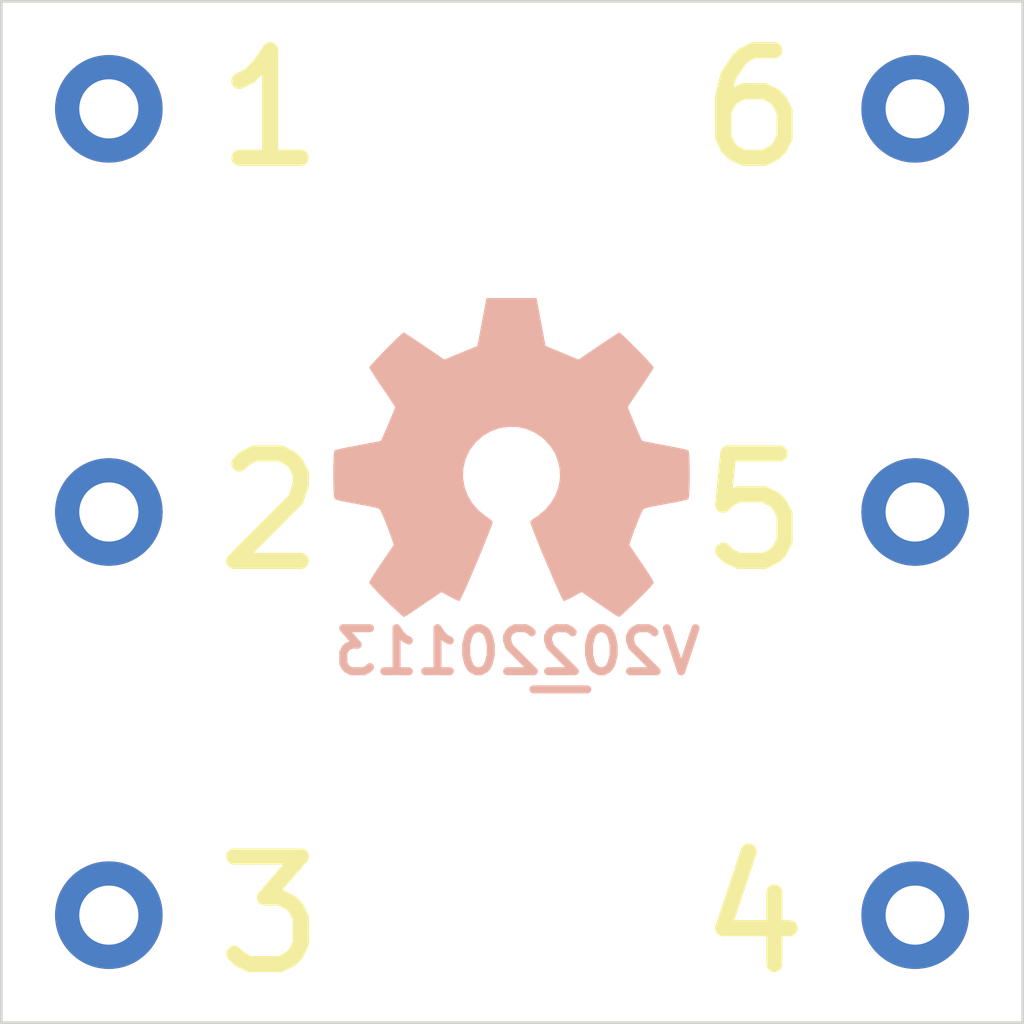
<source format=kicad_pcb>
(kicad_pcb (version 20221018) (generator pcbnew)
  (layers (0 "F.Cu" mixed) (31 "B.Cu" mixed) (34 "B.Paste" user) (35 "F.Paste" user) (36 "B.SilkS" user "B.Silkscreen") (37 "F.SilkS" user "F.Silkscreen") (38 "B.Mask" user) (39 "F.Mask" user) (44 "Edge.Cuts" user))
  (net 0 "")
  (net 1 "Net-(J1-Pad1)")
  (footprint "mill-max:PC_pin_nail_head_6092" (layer "F.Cu") (at 142.5 62.5)
    (fp_text reference "J1")
    (fp_text value "1" (at 3 0) (layer "F.SilkS") (effects (font (size 2 2) (thickness 0.3))))
    (pad "1" thru_hole circle locked (at 0 0) (size 2 2) (drill 1.1) (layers "*.Cu" "*.Mask") (net 1 "Net-(J1-Pad1)"))
  )
  (footprint "mill-max:PC_pin_nail_head_6092" (layer "F.Cu") (at 142.5 70)
    (fp_text reference "J2")
    (fp_text value "2" (at 3 0) (layer "F.SilkS") (effects (font (size 2 2) (thickness 0.3))))
    (pad "1" thru_hole circle locked (at 0 0) (size 2 2) (drill 1.1) (layers "*.Cu" "*.Mask") (net 1 "Net-(J1-Pad1)"))
  )
  (footprint "mill-max:PC_pin_nail_head_6092" (layer "F.Cu") (at 142.5 77.5)
    (fp_text reference "J3")
    (fp_text value "3" (at 3 0) (layer "F.SilkS") (effects (font (size 2 2) (thickness 0.3))))
    (pad "1" thru_hole circle locked (at 0 0) (size 2 2) (drill 1.1) (layers "*.Cu" "*.Mask") (net 1 "Net-(J1-Pad1)"))
  )
  (footprint "mill-max:PC_pin_nail_head_6092" (layer "F.Cu") (at 157.5 70)
    (fp_text reference "J5")
    (fp_text value "5" (at -3 0) (layer "F.SilkS") (effects (font (size 2 2) (thickness 0.3))))
    (pad "1" thru_hole circle locked (at 0 0) (size 2 2) (drill 1.1) (layers "*.Cu" "*.Mask") (net 1 "Net-(J1-Pad1)"))
  )
  (footprint "mill-max:PC_pin_nail_head_6092" (layer "F.Cu") (at 157.5 62.5)
    (fp_text reference "J6")
    (fp_text value "6" (at -3 0) (layer "F.SilkS") (effects (font (size 2 2) (thickness 0.3))))
    (pad "1" thru_hole circle locked (at 0 0) (size 2 2) (drill 1.1) (layers "*.Cu" "*.Mask") (net 1 "Net-(J1-Pad1)"))
  )
  (footprint "mill-max:PC_pin_nail_head_6092" (layer "F.Cu") (at 157.5 77.5)
    (fp_text reference "J4")
    (fp_text value "4" (at -3 0) (layer "F.SilkS") (effects (font (size 2 2) (thickness 0.3))))
    (pad "1" thru_hole circle locked (at 0 0) (size 2 2) (drill 1.1) (layers "*.Cu" "*.Mask") (net 1 "Net-(J1-Pad1)"))
  )
  (footprint "Symbol:OSHW-Symbol_6.7x6mm_SilkScreen" (layer "B.Cu") (at 150 69 180)
    (fp_text reference "N2" hide)
    (fp_text value "OHWLOGO" hide)
    (fp_poly (pts (xy 0.555814 2.531069) (xy 0.639635 2.086445) (xy 0.94892 1.958947) (xy 1.258206 1.831449) (xy 1.629246 2.083754) (xy 1.733157 2.154004) (xy 1.827087 2.216728) (xy 1.906652 2.269062) (xy 1.96747 2.308143) (xy 2.005157 2.331107) (xy 2.015421 2.336058) (xy 2.03391 2.323324) (xy 2.07342 2.288118) (xy 2.129522 2.234938) (xy 2.197787 2.168282) (xy 2.273786 2.092646) (xy 2.353092 2.012528) (xy 2.431275 1.932426) (xy 2.503907 1.856836) (xy 2.566559 1.790255) (xy 2.614803 1.737182) (xy 2.64421 1.702113) (xy 2.651241 1.690377) (xy 2.641123 1.66874) (xy 2.612759 1.621338) (xy 2.569129 1.552807) (xy 2.513218 1.467785) (xy 2.448006 1.370907) (xy 2.410219 1.31565) (xy 2.341343 1.214752) (xy 2.28014 1.123701) (xy 2.229578 1.04703) (xy 2.192628 0.989272) (xy 2.172258 0.954957) (xy 2.169197 0.947746) (xy 2.176136 0.927252) (xy 2.195051 0.879487) (xy 2.223087 0.811168) (xy 2.257391 0.729011) (xy 2.295109 0.63973) (xy 2.333387 0.550042) (xy 2.36937 0.466662) (xy 2.400206 0.396306) (xy 2.423039 0.34569) (xy 2.435017 0.321529) (xy 2.435724 0.320578) (xy 2.454531 0.315964) (xy 2.504618 0.305672) (xy 2.580793 0.290713) (xy 2.677865 0.272099) (xy 2.790643 0.250841) (xy 2.856442 0.238582) (xy 2.97695 0.215638) (xy 3.085797 0.193805) (xy 3.177476 0.174278) (xy 3.246481 0.158252) (xy 3.287304 0.146921) (xy 3.295511 0.143326) (xy 3.303548 0.118994) (xy 3.310033 0.064041) (xy 3.31497 -0.015108) (xy 3.318364 -0.112026) (xy 3.320218 -0.220287) (xy 3.320538 -0.333465) (xy 3.319327 -0.445135) (xy 3.31659 -0.548868) (xy 3.312331 -0.638241) (xy 3.306555 -0.706826) (xy 3.299267 -0.748197) (xy 3.294895 -0.75681) (xy 3.268764 -0.767133) (xy 3.213393 -0.781892) (xy 3.136107 -0.799352) (xy 3.04423 -0.81778) (xy 3.012158 -0.823741) (xy 2.857524 -0.852066) (xy 2.735375 -0.874876) (xy 2.641673 -0.89308) (xy 2.572384 -0.907583) (xy 2.523471 -0.919292) (xy 2.490897 -0.929115) (xy 2.470628 -0.937956) (xy 2.458626 -0.946724) (xy 2.456947 -0.948457) (xy 2.440184 -0.976371) (xy 2.414614 -1.030695) (xy 2.382788 -1.104777) (xy 2.34726 -1.191965) (xy 2.310583 -1.285608) (xy 2.275311 -1.379052) (xy 2.243996 -1.465647) (xy 2.219193 -1.53874) (xy 2.203454 -1.591678) (xy 2.199332 -1.617811) (xy 2.199676 -1.618726) (xy 2.213641 -1.640086) (xy 2.245322 -1.687084) (xy 2.291391 -1.754827) (xy 2.348518 -1.838423) (xy 2.413373 -1.932982) (xy 2.431843 -1.959854) (xy 2.497699 -2.057275) (xy 2.55565 -2.146163) (xy 2.602538 -2.221412) (xy 2.635207 -2.27792) (xy 2.6505 -2.310581) (xy 2.651241 -2.314593) (xy 2.638392 -2.335684) (xy 2.602888 -2.377464) (xy 2.549293 -2.435445) (xy 2.482171 -2.505135) (xy 2.406087 -2.582045) (xy 2.325604 -2.661683) (xy 2.245287 -2.739561) (xy 2.169699 -2.811186) (xy 2.103405 -2.87207) (xy 2.050969 -2.917721) (xy 2.016955 -2.94365) (xy 2.007545 -2.947883) (xy 1.985643 -2.937912) (xy 1.9408 -2.91102) (xy 1.880321 -2.871736) (xy 1.833789 -2.840117) (xy 1.749475 -2.782098) (xy 1.649626 -2.713784) (xy 1.549473 -2.645579) (xy 1.495627 -2.609075) (xy 1.313371 -2.4858) (xy 1.160381 -2.56852) (xy 1.090682 -2.604759) (xy 1.031414 -2.632926) (xy 0.991311 -2.648991) (xy 0.981103 -2.651226) (xy 0.968829 -2.634722) (xy 0.944613 -2.588082) (xy 0.910263 -2.515609) (xy 0.867588 -2.421606) (xy 0.818394 -2.310374) (xy 0.76449 -2.186215) (xy 0.707684 -2.053432) (xy 0.649782 -1.916327) (xy 0.592593 -1.779202) (xy 0.537924 -1.646358) (xy 0.487584 -1.522098) (xy 0.44338 -1.410725) (xy 0.407119 -1.316539) (xy 0.380609 -1.243844) (xy 0.365658 -1.196941) (xy 0.363254 -1.180833) (xy 0.382311 -1.160286) (xy 0.424036 -1.126933) (xy 0.479706 -1.087702) (xy 0.484378 -1.084599) (xy 0.628264 -0.969423) (xy 0.744283 -0.835053) (xy 0.83143 -0.685784) (xy 0.888699 -0.525913) (xy 0.915086 -0.359737) (xy 0.909585 -0.191552) (xy 0.87119 -0.025655) (xy 0.798895 0.133658) (xy 0.777626 0.168513) (xy 0.666996 0.309263) (xy 0.536302 0.422286) (xy 0.390064 0.506997) (xy 0.232808 0.562806) (xy 0.069057 0.589126) (xy -0.096667 0.58537) (xy -0.259838 0.55095) (xy -0.415935 0.485277) (xy -0.560433 0.387765) (xy -0.605131 0.348187) (xy -0.718888 0.224297) (xy -0.801782 0.093876) (xy -0.858644 -0.052315) (xy -0.890313 -0.197088) (xy -0.898131 -0.35986) (xy -0.872062 -0.52344) (xy -0.814755 -0.682298) (xy -0.728856 -0.830906) (xy -0.617014 -0.963735) (xy -0.481877 -1.075256) (xy -0.464117 -1.087011) (xy -0.40785 -1.125508) (xy -0.365077 -1.158863) (xy -0.344628 -1.18016) (xy -0.344331 -1.180833) (xy -0.348721 -1.203871) (xy -0.366124 -1.256157) (xy -0.394732 -1.33339) (xy -0.432735 -1.431268) (xy -0.478326 -1.545491) (xy -0.529697 -1.671758) (xy -0.585038 -1.805767) (xy -0.642542 -1.943218) (xy -0.700399 -2.079808) (xy -0.756802 -2.211237) (xy -0.809942 -2.333205) (xy -0.85801 -2.441409) (xy -0.899199 -2.531549) (xy -0.931699 -2.599323) (xy -0.953703 -2.64043) (xy -0.962564 -2.651226) (xy -0.98964 -2.642819) (xy -1.040303 -2.620272) (xy -1.105817 -2.587613) (xy -1.141841 -2.56852) (xy -1.294832 -2.4858) (xy -1.477088 -2.609075) (xy -1.570125 -2.672228) (xy -1.671985 -2.741727) (xy -1.767438 -2.807165) (xy -1.81525 -2.840117) (xy -1.882495 -2.885273) (xy -1.939436 -2.921057) (xy -1.978646 -2.942938) (xy -1.991381 -2.947563) (xy -2.009917 -2.935085) (xy -2.050941 -2.900252) (xy -2.110475 -2.846678) (xy -2.184542 -2.777983) (xy -2.269165 -2.697781) (xy -2.322685 -2.646286) (xy -2.416319 -2.554286) (xy -2.497241 -2.471999) (xy -2.562177 -2.402945) (xy -2.607858 -2.350644) (xy -2.631011 -2.318616) (xy -2.633232 -2.312116) (xy -2.622924 -2.287394) (xy -2.594439 -2.237405) (xy -2.550937 -2.167212) (xy -2.495577 -2.081875) (xy -2.43152 -1.986456) (xy -2.413303 -1.959854) (xy -2.346927 -1.863167) (xy -2.287378 -1.776117) (xy -2.237984 -1.703595) (xy -2.202075 -1.650493) (xy -2.182981 -1.621703) (xy -2.181136 -1.618726) (xy -2.183895 -1.595782) (xy -2.198538 -1.545336) (xy -2.222513 -1.474041) (xy -2.253266 -1.388547) (xy -2.288244 -1.295507) (xy -2.324893 -1.201574) (xy -2.360661 -1.113399) (xy -2.392994 -1.037634) (xy -2.419338 -0.980931) (xy -2.437142 -0.949943) (xy -2.438407 -0.948457) (xy -2.449294 -0.939601) (xy -2.467682 -0.930843) (xy -2.497606 -0.921277) (xy -2.543103 -0.909996) (xy -2.608209 -0.896093) (xy -2.696961 -0.878663) (xy -2.813393 -0.856798) (xy -2.961542 -0.829591) (xy -2.993618 -0.823741) (xy -3.088686 -0.805374) (xy -3.171565 -0.787405) (xy -3.23493 -0.771569) (xy -3.271458 -0.7596) (xy -3.276356 -0.75681) (xy -3.284427 -0.732072) (xy -3.290987 -0.67679) (xy -3.296033 -0.597389) (xy -3.299559 -0.500296) (xy -3.301561 -0.391938) (xy -3.302036 -0.27874) (xy -3.300977 -0.167128) (xy -3.298382 -0.063529) (xy -3.294246 0.025632) (xy -3.288563 0.093928) (xy -3.281331 0.134934) (xy -3.276971 0.143326) (xy -3.252698 0.151792) (xy -3.197426 0.165565) (xy -3.116662 0.18345) (xy -3.015912 0.204252) (xy -2.900683 0.226777) (xy -2.837902 0.238582) (xy -2.718787 0.260849) (xy -2.612565 0.281021) (xy -2.524427 0.298085) (xy -2.459566 0.311031) (xy -2.423174 0.318845) (xy -2.417184 0.320578) (xy -2.407061 0.34011) (xy -2.385662 0.387157) (xy -2.355839 0.454997) (xy -2.320445 0.536909) (xy -2.282332 0.626172) (xy -2.244353 0.716065) (xy -2.20936 0.799865) (xy -2.180206 0.870853) (xy -2.159743 0.922306) (xy -2.150823 0.947503) (xy -2.150657 0.948604) (xy -2.160769 0.968481) (xy -2.189117 1.014223) (xy -2.232723 1.081283) (xy -2.288606 1.165116) (xy -2.353787 1.261174) (xy -2.391679 1.31635) (xy -2.460725 1.417519) (xy -2.52205 1.50937) (xy -2.572663 1.587256) (xy -2.609571 1.646531) (xy -2.629782 1.682549) (xy -2.632701 1.690623) (xy -2.620153 1.709416) (xy -2.585463 1.749543) (xy -2.533063 1.806507) (xy -2.467384 1.875815) (xy -2.392856 1.952969) (xy -2.313913 2.033475) (xy -2.234983 2.112837) (xy -2.1605 2.18656) (xy -2.094894 2.250148) (xy -2.042596 2.299106) (xy -2.008039 2.328939) (xy -1.996478 2.336058) (xy -1.977654 2.326047) (xy -1.932631 2.297922) (xy -1.865787 2.254546) (xy -1.781499 2.198782) (xy -1.684144 2.133494) (xy -1.610707 2.083754) (xy -1.239667 1.831449) (xy -0.621095 2.086445) (xy -0.537275 2.531069) (xy -0.453454 2.975693) (xy 0.471994 2.975693) (xy 0.555814 2.531069)) (stroke (width 0.01)) (fill solid) (layer "B.SilkS"))
  )
  (footprint "SquantorLabels:Label_Generic" (layer "B.Cu") (at 150.9 72.7 180)
    (fp_text reference "N1" hide)
    (fp_text value "V20220113" (at 0.8 0.1) (layer "B.SilkS") (effects (font (size 0.8 0.8)) (justify mirror)))
    (fp_line (start -0.5 -0.6) (end 0.5 -0.6) (stroke (width 0.15)) (layer "B.SilkS"))
  )
  (gr_line (start 140.5 79.5) (end 159.5 79.5) (stroke (width 0.05)) (layer "Edge.Cuts"))
  (gr_line (start 159.5 60.5) (end 159.5 79.5) (stroke (width 0.05)) (layer "Edge.Cuts"))
  (gr_line (start 159.5 60.5) (end 140.5 60.5) (stroke (width 0.05)) (layer "Edge.Cuts"))
  (gr_line (start 140.5 79.5) (end 140.5 60.5) (stroke (width 0.05)) (layer "Edge.Cuts"))
)
</source>
